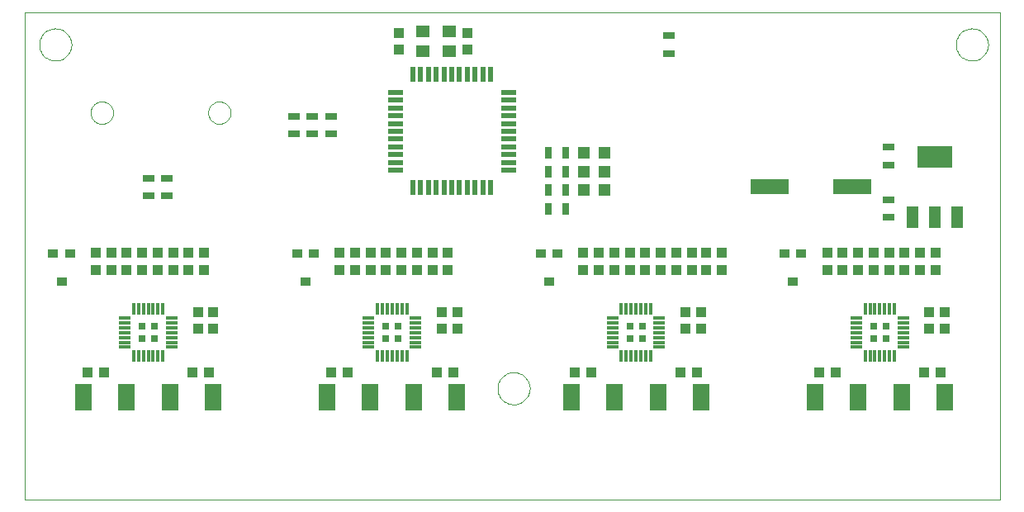
<source format=gtp>
G75*
G70*
%OFA0B0*%
%FSLAX24Y24*%
%IPPOS*%
%LPD*%
%AMOC8*
5,1,8,0,0,1.08239X$1,22.5*
%
%ADD10C,0.0000*%
%ADD11R,0.0453X0.0118*%
%ADD12R,0.0118X0.0453*%
%ADD13R,0.0300X0.0300*%
%ADD14R,0.0394X0.0354*%
%ADD15R,0.0433X0.0354*%
%ADD16R,0.0394X0.0433*%
%ADD17R,0.0433X0.0394*%
%ADD18R,0.0709X0.1063*%
%ADD19R,0.0315X0.0472*%
%ADD20R,0.0472X0.0472*%
%ADD21R,0.0472X0.0315*%
%ADD22R,0.0480X0.0880*%
%ADD23R,0.1417X0.0866*%
%ADD24R,0.1535X0.0630*%
%ADD25R,0.0197X0.0591*%
%ADD26R,0.0591X0.0197*%
%ADD27R,0.0551X0.0472*%
D10*
X002640Y008640D02*
X002640Y028325D01*
X042010Y028325D01*
X042010Y008640D01*
X002640Y008640D01*
X021740Y013140D02*
X021742Y013190D01*
X021748Y013240D01*
X021758Y013290D01*
X021771Y013338D01*
X021788Y013386D01*
X021809Y013432D01*
X021833Y013476D01*
X021861Y013518D01*
X021892Y013558D01*
X021926Y013595D01*
X021963Y013630D01*
X022002Y013661D01*
X022043Y013690D01*
X022087Y013715D01*
X022133Y013737D01*
X022180Y013755D01*
X022228Y013769D01*
X022277Y013780D01*
X022327Y013787D01*
X022377Y013790D01*
X022428Y013789D01*
X022478Y013784D01*
X022528Y013775D01*
X022576Y013763D01*
X022624Y013746D01*
X022670Y013726D01*
X022715Y013703D01*
X022758Y013676D01*
X022798Y013646D01*
X022836Y013613D01*
X022871Y013577D01*
X022904Y013538D01*
X022933Y013497D01*
X022959Y013454D01*
X022982Y013409D01*
X023001Y013362D01*
X023016Y013314D01*
X023028Y013265D01*
X023036Y013215D01*
X023040Y013165D01*
X023040Y013115D01*
X023036Y013065D01*
X023028Y013015D01*
X023016Y012966D01*
X023001Y012918D01*
X022982Y012871D01*
X022959Y012826D01*
X022933Y012783D01*
X022904Y012742D01*
X022871Y012703D01*
X022836Y012667D01*
X022798Y012634D01*
X022758Y012604D01*
X022715Y012577D01*
X022670Y012554D01*
X022624Y012534D01*
X022576Y012517D01*
X022528Y012505D01*
X022478Y012496D01*
X022428Y012491D01*
X022377Y012490D01*
X022327Y012493D01*
X022277Y012500D01*
X022228Y012511D01*
X022180Y012525D01*
X022133Y012543D01*
X022087Y012565D01*
X022043Y012590D01*
X022002Y012619D01*
X021963Y012650D01*
X021926Y012685D01*
X021892Y012722D01*
X021861Y012762D01*
X021833Y012804D01*
X021809Y012848D01*
X021788Y012894D01*
X021771Y012942D01*
X021758Y012990D01*
X021748Y013040D01*
X021742Y013090D01*
X021740Y013140D01*
X010057Y024265D02*
X010059Y024307D01*
X010065Y024349D01*
X010075Y024391D01*
X010088Y024431D01*
X010106Y024470D01*
X010127Y024507D01*
X010151Y024541D01*
X010179Y024574D01*
X010209Y024604D01*
X010242Y024630D01*
X010277Y024654D01*
X010315Y024674D01*
X010354Y024690D01*
X010394Y024703D01*
X010436Y024712D01*
X010478Y024717D01*
X010521Y024718D01*
X010563Y024715D01*
X010605Y024708D01*
X010646Y024697D01*
X010686Y024682D01*
X010724Y024664D01*
X010761Y024642D01*
X010795Y024617D01*
X010827Y024589D01*
X010855Y024558D01*
X010881Y024524D01*
X010904Y024488D01*
X010923Y024451D01*
X010939Y024411D01*
X010951Y024370D01*
X010959Y024329D01*
X010963Y024286D01*
X010963Y024244D01*
X010959Y024201D01*
X010951Y024160D01*
X010939Y024119D01*
X010923Y024079D01*
X010904Y024042D01*
X010881Y024006D01*
X010855Y023972D01*
X010827Y023941D01*
X010795Y023913D01*
X010761Y023888D01*
X010724Y023866D01*
X010686Y023848D01*
X010646Y023833D01*
X010605Y023822D01*
X010563Y023815D01*
X010521Y023812D01*
X010478Y023813D01*
X010436Y023818D01*
X010394Y023827D01*
X010354Y023840D01*
X010315Y023856D01*
X010277Y023876D01*
X010242Y023900D01*
X010209Y023926D01*
X010179Y023956D01*
X010151Y023989D01*
X010127Y024023D01*
X010106Y024060D01*
X010088Y024099D01*
X010075Y024139D01*
X010065Y024181D01*
X010059Y024223D01*
X010057Y024265D01*
X005317Y024265D02*
X005319Y024307D01*
X005325Y024349D01*
X005335Y024391D01*
X005348Y024431D01*
X005366Y024470D01*
X005387Y024507D01*
X005411Y024541D01*
X005439Y024574D01*
X005469Y024604D01*
X005502Y024630D01*
X005537Y024654D01*
X005575Y024674D01*
X005614Y024690D01*
X005654Y024703D01*
X005696Y024712D01*
X005738Y024717D01*
X005781Y024718D01*
X005823Y024715D01*
X005865Y024708D01*
X005906Y024697D01*
X005946Y024682D01*
X005984Y024664D01*
X006021Y024642D01*
X006055Y024617D01*
X006087Y024589D01*
X006115Y024558D01*
X006141Y024524D01*
X006164Y024488D01*
X006183Y024451D01*
X006199Y024411D01*
X006211Y024370D01*
X006219Y024329D01*
X006223Y024286D01*
X006223Y024244D01*
X006219Y024201D01*
X006211Y024160D01*
X006199Y024119D01*
X006183Y024079D01*
X006164Y024042D01*
X006141Y024006D01*
X006115Y023972D01*
X006087Y023941D01*
X006055Y023913D01*
X006021Y023888D01*
X005984Y023866D01*
X005946Y023848D01*
X005906Y023833D01*
X005865Y023822D01*
X005823Y023815D01*
X005781Y023812D01*
X005738Y023813D01*
X005696Y023818D01*
X005654Y023827D01*
X005614Y023840D01*
X005575Y023856D01*
X005537Y023876D01*
X005502Y023900D01*
X005469Y023926D01*
X005439Y023956D01*
X005411Y023989D01*
X005387Y024023D01*
X005366Y024060D01*
X005348Y024099D01*
X005335Y024139D01*
X005325Y024181D01*
X005319Y024223D01*
X005317Y024265D01*
X003240Y027015D02*
X003242Y027065D01*
X003248Y027115D01*
X003258Y027165D01*
X003271Y027213D01*
X003288Y027261D01*
X003309Y027307D01*
X003333Y027351D01*
X003361Y027393D01*
X003392Y027433D01*
X003426Y027470D01*
X003463Y027505D01*
X003502Y027536D01*
X003543Y027565D01*
X003587Y027590D01*
X003633Y027612D01*
X003680Y027630D01*
X003728Y027644D01*
X003777Y027655D01*
X003827Y027662D01*
X003877Y027665D01*
X003928Y027664D01*
X003978Y027659D01*
X004028Y027650D01*
X004076Y027638D01*
X004124Y027621D01*
X004170Y027601D01*
X004215Y027578D01*
X004258Y027551D01*
X004298Y027521D01*
X004336Y027488D01*
X004371Y027452D01*
X004404Y027413D01*
X004433Y027372D01*
X004459Y027329D01*
X004482Y027284D01*
X004501Y027237D01*
X004516Y027189D01*
X004528Y027140D01*
X004536Y027090D01*
X004540Y027040D01*
X004540Y026990D01*
X004536Y026940D01*
X004528Y026890D01*
X004516Y026841D01*
X004501Y026793D01*
X004482Y026746D01*
X004459Y026701D01*
X004433Y026658D01*
X004404Y026617D01*
X004371Y026578D01*
X004336Y026542D01*
X004298Y026509D01*
X004258Y026479D01*
X004215Y026452D01*
X004170Y026429D01*
X004124Y026409D01*
X004076Y026392D01*
X004028Y026380D01*
X003978Y026371D01*
X003928Y026366D01*
X003877Y026365D01*
X003827Y026368D01*
X003777Y026375D01*
X003728Y026386D01*
X003680Y026400D01*
X003633Y026418D01*
X003587Y026440D01*
X003543Y026465D01*
X003502Y026494D01*
X003463Y026525D01*
X003426Y026560D01*
X003392Y026597D01*
X003361Y026637D01*
X003333Y026679D01*
X003309Y026723D01*
X003288Y026769D01*
X003271Y026817D01*
X003258Y026865D01*
X003248Y026915D01*
X003242Y026965D01*
X003240Y027015D01*
X040240Y027015D02*
X040242Y027065D01*
X040248Y027115D01*
X040258Y027165D01*
X040271Y027213D01*
X040288Y027261D01*
X040309Y027307D01*
X040333Y027351D01*
X040361Y027393D01*
X040392Y027433D01*
X040426Y027470D01*
X040463Y027505D01*
X040502Y027536D01*
X040543Y027565D01*
X040587Y027590D01*
X040633Y027612D01*
X040680Y027630D01*
X040728Y027644D01*
X040777Y027655D01*
X040827Y027662D01*
X040877Y027665D01*
X040928Y027664D01*
X040978Y027659D01*
X041028Y027650D01*
X041076Y027638D01*
X041124Y027621D01*
X041170Y027601D01*
X041215Y027578D01*
X041258Y027551D01*
X041298Y027521D01*
X041336Y027488D01*
X041371Y027452D01*
X041404Y027413D01*
X041433Y027372D01*
X041459Y027329D01*
X041482Y027284D01*
X041501Y027237D01*
X041516Y027189D01*
X041528Y027140D01*
X041536Y027090D01*
X041540Y027040D01*
X041540Y026990D01*
X041536Y026940D01*
X041528Y026890D01*
X041516Y026841D01*
X041501Y026793D01*
X041482Y026746D01*
X041459Y026701D01*
X041433Y026658D01*
X041404Y026617D01*
X041371Y026578D01*
X041336Y026542D01*
X041298Y026509D01*
X041258Y026479D01*
X041215Y026452D01*
X041170Y026429D01*
X041124Y026409D01*
X041076Y026392D01*
X041028Y026380D01*
X040978Y026371D01*
X040928Y026366D01*
X040877Y026365D01*
X040827Y026368D01*
X040777Y026375D01*
X040728Y026386D01*
X040680Y026400D01*
X040633Y026418D01*
X040587Y026440D01*
X040543Y026465D01*
X040502Y026494D01*
X040463Y026525D01*
X040426Y026560D01*
X040392Y026597D01*
X040361Y026637D01*
X040333Y026679D01*
X040309Y026723D01*
X040288Y026769D01*
X040271Y026817D01*
X040258Y026865D01*
X040248Y026915D01*
X040242Y026965D01*
X040240Y027015D01*
D11*
X038112Y015981D03*
X038112Y015784D03*
X038112Y015587D03*
X038112Y015390D03*
X038112Y015193D03*
X038112Y014996D03*
X038112Y014799D03*
X036223Y014799D03*
X036223Y014996D03*
X036223Y015193D03*
X036223Y015390D03*
X036223Y015587D03*
X036223Y015784D03*
X036223Y015981D03*
X028270Y015981D03*
X028270Y015784D03*
X028270Y015587D03*
X028270Y015390D03*
X028270Y015193D03*
X028270Y014996D03*
X028270Y014799D03*
X026380Y014799D03*
X026380Y014996D03*
X026380Y015193D03*
X026380Y015390D03*
X026380Y015587D03*
X026380Y015784D03*
X026380Y015981D03*
X018427Y015981D03*
X018427Y015784D03*
X018427Y015587D03*
X018427Y015390D03*
X018427Y015193D03*
X018427Y014996D03*
X018427Y014799D03*
X016538Y014799D03*
X016538Y014996D03*
X016538Y015193D03*
X016538Y015390D03*
X016538Y015587D03*
X016538Y015784D03*
X016538Y015981D03*
X008585Y015981D03*
X008585Y015784D03*
X008585Y015587D03*
X008585Y015390D03*
X008585Y015193D03*
X008585Y014996D03*
X008585Y014799D03*
X006695Y014799D03*
X006695Y014996D03*
X006695Y015193D03*
X006695Y015390D03*
X006695Y015587D03*
X006695Y015784D03*
X006695Y015981D03*
D12*
X007049Y016335D03*
X007246Y016335D03*
X007443Y016335D03*
X007640Y016335D03*
X007837Y016335D03*
X008034Y016335D03*
X008231Y016335D03*
X008231Y014445D03*
X008034Y014445D03*
X007837Y014445D03*
X007640Y014445D03*
X007443Y014445D03*
X007246Y014445D03*
X007049Y014445D03*
X016892Y014445D03*
X017089Y014445D03*
X017286Y014445D03*
X017483Y014445D03*
X017679Y014445D03*
X017876Y014445D03*
X018073Y014445D03*
X018073Y016335D03*
X017876Y016335D03*
X017679Y016335D03*
X017483Y016335D03*
X017286Y016335D03*
X017089Y016335D03*
X016892Y016335D03*
X026734Y016335D03*
X026931Y016335D03*
X027128Y016335D03*
X027325Y016335D03*
X027522Y016335D03*
X027719Y016335D03*
X027916Y016335D03*
X027916Y014445D03*
X027719Y014445D03*
X027522Y014445D03*
X027325Y014445D03*
X027128Y014445D03*
X026931Y014445D03*
X026734Y014445D03*
X036577Y014445D03*
X036774Y014445D03*
X036971Y014445D03*
X037168Y014445D03*
X037364Y014445D03*
X037561Y014445D03*
X037758Y014445D03*
X037758Y016335D03*
X037561Y016335D03*
X037364Y016335D03*
X037168Y016335D03*
X036971Y016335D03*
X036774Y016335D03*
X036577Y016335D03*
D13*
X036918Y015640D03*
X037418Y015640D03*
X037418Y015140D03*
X036918Y015140D03*
X027575Y015140D03*
X027075Y015140D03*
X027075Y015640D03*
X027575Y015640D03*
X017733Y015640D03*
X017233Y015640D03*
X017233Y015140D03*
X017733Y015140D03*
X007890Y015140D03*
X007390Y015140D03*
X007390Y015640D03*
X007890Y015640D03*
D14*
X004475Y018586D03*
X003805Y018586D03*
X013648Y018586D03*
X014317Y018586D03*
X023490Y018586D03*
X024160Y018586D03*
X033333Y018586D03*
X034002Y018586D03*
D15*
X033668Y017444D03*
X023825Y017444D03*
X013983Y017444D03*
X004140Y017444D03*
D16*
X005515Y017930D03*
X006140Y017930D03*
X006765Y017930D03*
X007390Y017930D03*
X008015Y017930D03*
X008640Y017930D03*
X009265Y017930D03*
X009890Y017930D03*
X009890Y018600D03*
X009265Y018600D03*
X008640Y018600D03*
X008015Y018600D03*
X007390Y018600D03*
X006765Y018600D03*
X006140Y018600D03*
X005515Y018600D03*
X009640Y016225D03*
X010265Y016225D03*
X010265Y015555D03*
X009640Y015555D03*
X015358Y017930D03*
X015983Y017930D03*
X016608Y017930D03*
X017233Y017930D03*
X017858Y017930D03*
X018483Y017930D03*
X019108Y017930D03*
X019733Y017930D03*
X019733Y018600D03*
X019108Y018600D03*
X018483Y018600D03*
X017858Y018600D03*
X017233Y018600D03*
X016608Y018600D03*
X015983Y018600D03*
X015358Y018600D03*
X019483Y016225D03*
X020108Y016225D03*
X020108Y015555D03*
X019483Y015555D03*
X025200Y017930D03*
X025825Y017930D03*
X026450Y017930D03*
X027075Y017930D03*
X027700Y017930D03*
X028325Y017930D03*
X028950Y017930D03*
X029575Y017930D03*
X030170Y017930D03*
X030795Y017930D03*
X030795Y018600D03*
X030170Y018600D03*
X029575Y018600D03*
X028950Y018600D03*
X028325Y018600D03*
X027700Y018600D03*
X027075Y018600D03*
X026450Y018600D03*
X025825Y018600D03*
X025200Y018600D03*
X029325Y016225D03*
X029950Y016225D03*
X029950Y015555D03*
X029325Y015555D03*
X035043Y017930D03*
X035668Y017930D03*
X036293Y017930D03*
X036918Y017930D03*
X037543Y017930D03*
X038168Y017930D03*
X038793Y017930D03*
X039418Y017930D03*
X039418Y018600D03*
X038793Y018600D03*
X038168Y018600D03*
X037543Y018600D03*
X036918Y018600D03*
X036293Y018600D03*
X035668Y018600D03*
X035043Y018600D03*
X039168Y016225D03*
X039793Y016225D03*
X039793Y015555D03*
X039168Y015555D03*
X020515Y026805D03*
X020515Y027475D03*
X017765Y027475D03*
X017765Y026805D03*
D17*
X019273Y013765D03*
X019942Y013765D03*
X015692Y013765D03*
X015023Y013765D03*
X010100Y013765D03*
X009430Y013765D03*
X005850Y013765D03*
X005180Y013765D03*
X024865Y013765D03*
X025535Y013765D03*
X029115Y013765D03*
X029785Y013765D03*
X034708Y013765D03*
X035377Y013765D03*
X038958Y013765D03*
X039627Y013765D03*
D18*
X039784Y012765D03*
X038051Y012765D03*
X036284Y012765D03*
X034551Y012765D03*
X029941Y012765D03*
X028209Y012765D03*
X026441Y012765D03*
X024709Y012765D03*
X020099Y012765D03*
X018366Y012765D03*
X016599Y012765D03*
X014866Y012765D03*
X010256Y012765D03*
X008524Y012765D03*
X006756Y012765D03*
X005024Y012765D03*
D19*
X023786Y020390D03*
X024494Y020390D03*
X024494Y021140D03*
X023786Y021140D03*
X023786Y021890D03*
X024494Y021890D03*
X024494Y022640D03*
X023786Y022640D03*
D20*
X025227Y022640D03*
X025227Y021890D03*
X026053Y021890D03*
X026053Y022640D03*
X026053Y021140D03*
X025227Y021140D03*
D21*
X028640Y026661D03*
X028640Y027369D03*
X037515Y022869D03*
X037515Y022161D03*
X037515Y020744D03*
X037515Y020036D03*
X015015Y023411D03*
X014265Y023411D03*
X013515Y023411D03*
X013515Y024119D03*
X014265Y024119D03*
X015015Y024119D03*
X008390Y021619D03*
X007640Y021619D03*
X007640Y020911D03*
X008390Y020911D03*
D22*
X038480Y020045D03*
X039390Y020045D03*
X040300Y020045D03*
D23*
X039390Y022485D03*
D24*
X036063Y021265D03*
X032717Y021265D03*
D25*
X021465Y021232D03*
X021150Y021232D03*
X020835Y021232D03*
X020520Y021232D03*
X020205Y021232D03*
X019890Y021232D03*
X019575Y021232D03*
X019260Y021232D03*
X018945Y021232D03*
X018630Y021232D03*
X018315Y021232D03*
X018315Y025798D03*
X018630Y025798D03*
X018945Y025798D03*
X019260Y025798D03*
X019575Y025798D03*
X019890Y025798D03*
X020205Y025798D03*
X020520Y025798D03*
X020835Y025798D03*
X021150Y025798D03*
X021465Y025798D03*
D26*
X022173Y025090D03*
X022173Y024775D03*
X022173Y024460D03*
X022173Y024145D03*
X022173Y023830D03*
X022173Y023515D03*
X022173Y023200D03*
X022173Y022885D03*
X022173Y022570D03*
X022173Y022255D03*
X022173Y021940D03*
X017607Y021940D03*
X017607Y022255D03*
X017607Y022570D03*
X017607Y022885D03*
X017607Y023200D03*
X017607Y023515D03*
X017607Y023830D03*
X017607Y024145D03*
X017607Y024460D03*
X017607Y024775D03*
X017607Y025090D03*
D27*
X018734Y026746D03*
X018734Y027534D03*
X019796Y027534D03*
X019796Y026746D03*
M02*

</source>
